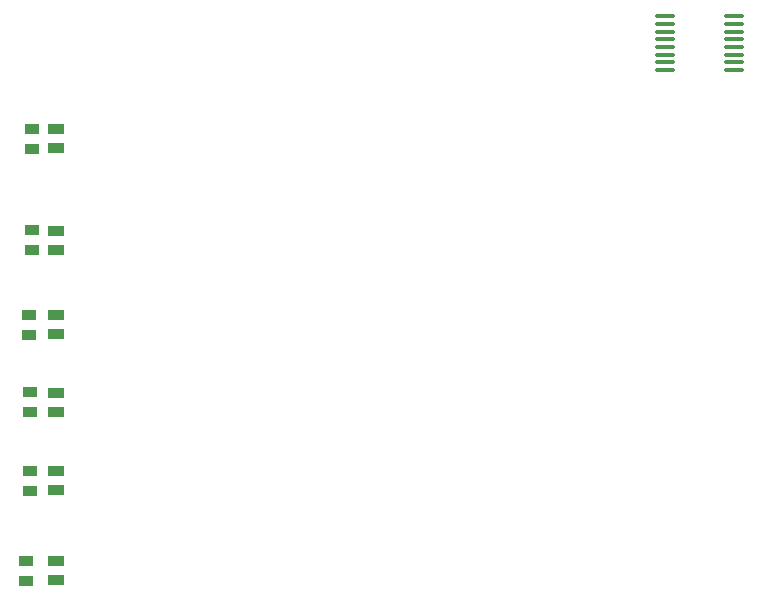
<source format=gbr>
G04 Layer_Color=128*
%FSLAX26Y26*%
%MOIN*%
%TF.FileFunction,Paste,Bot*%
%TF.Part,Single*%
G01*
G75*
%TA.AperFunction,SMDPad,CuDef*%
%ADD11R,0.051181X0.033465*%
%ADD19O,0.072835X0.013780*%
%ADD45R,0.053150X0.037402*%
D11*
X-1080000Y-4828465D02*
D03*
X-1080000Y-4761535D02*
D03*
X-1075000Y-5348465D02*
D03*
X-1075000Y-5281535D02*
D03*
X-1090000Y-5648465D02*
D03*
X-1090000Y-5581535D02*
D03*
X-1070000Y-4208465D02*
D03*
X-1070000Y-4141535D02*
D03*
X-1075000Y-5086845D02*
D03*
X-1075000Y-5019916D02*
D03*
X-1068622Y-4480158D02*
D03*
X-1068622Y-4547086D02*
D03*
D19*
X1041166Y-3946688D02*
D03*
X1041166Y-3921098D02*
D03*
X1041166Y-3895508D02*
D03*
X1041166Y-3869918D02*
D03*
X1041166Y-3844326D02*
D03*
X1041166Y-3818736D02*
D03*
X1041166Y-3793146D02*
D03*
X1041166Y-3767556D02*
D03*
X1271482Y-3946688D02*
D03*
X1271482Y-3921098D02*
D03*
X1271482Y-3895508D02*
D03*
X1271482Y-3869918D02*
D03*
X1271482Y-3844326D02*
D03*
X1271482Y-3818736D02*
D03*
X1271482Y-3793146D02*
D03*
X1271482Y-3767556D02*
D03*
D45*
X-988622Y-5582126D02*
D03*
X-988622Y-5645118D02*
D03*
X-988622Y-5282126D02*
D03*
X-988622Y-5345118D02*
D03*
X-988622Y-5022126D02*
D03*
X-988622Y-5085118D02*
D03*
X-988622Y-4482126D02*
D03*
X-988622Y-4545118D02*
D03*
X-988622Y-4762126D02*
D03*
X-988622Y-4825118D02*
D03*
X-988622Y-4142126D02*
D03*
X-988622Y-4205118D02*
D03*
%TF.MD5,7acd68849762b06bc72125687aaf486e*%
M02*

</source>
